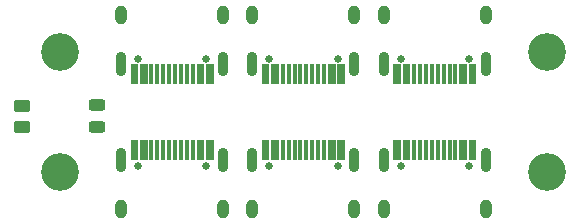
<source format=gbr>
%TF.GenerationSoftware,KiCad,Pcbnew,(6.0.11)*%
%TF.CreationDate,2023-04-18T11:05:53+02:00*%
%TF.ProjectId,FarmSupply,4661726d-5375-4707-906c-792e6b696361,rev?*%
%TF.SameCoordinates,Original*%
%TF.FileFunction,Soldermask,Top*%
%TF.FilePolarity,Negative*%
%FSLAX46Y46*%
G04 Gerber Fmt 4.6, Leading zero omitted, Abs format (unit mm)*
G04 Created by KiCad (PCBNEW (6.0.11)) date 2023-04-18 11:05:53*
%MOMM*%
%LPD*%
G01*
G04 APERTURE LIST*
G04 Aperture macros list*
%AMRoundRect*
0 Rectangle with rounded corners*
0 $1 Rounding radius*
0 $2 $3 $4 $5 $6 $7 $8 $9 X,Y pos of 4 corners*
0 Add a 4 corners polygon primitive as box body*
4,1,4,$2,$3,$4,$5,$6,$7,$8,$9,$2,$3,0*
0 Add four circle primitives for the rounded corners*
1,1,$1+$1,$2,$3*
1,1,$1+$1,$4,$5*
1,1,$1+$1,$6,$7*
1,1,$1+$1,$8,$9*
0 Add four rect primitives between the rounded corners*
20,1,$1+$1,$2,$3,$4,$5,0*
20,1,$1+$1,$4,$5,$6,$7,0*
20,1,$1+$1,$6,$7,$8,$9,0*
20,1,$1+$1,$8,$9,$2,$3,0*%
G04 Aperture macros list end*
%ADD10RoundRect,0.250000X0.450000X-0.262500X0.450000X0.262500X-0.450000X0.262500X-0.450000X-0.262500X0*%
%ADD11RoundRect,0.243750X0.456250X-0.243750X0.456250X0.243750X-0.456250X0.243750X-0.456250X-0.243750X0*%
%ADD12C,0.650000*%
%ADD13R,0.300000X1.750000*%
%ADD14O,0.900000X2.100000*%
%ADD15O,1.000000X1.600000*%
%ADD16C,3.200000*%
G04 APERTURE END LIST*
D10*
%TO.C,R1*%
X76200000Y-91440000D03*
X76200000Y-89615000D03*
%TD*%
D11*
%TO.C,D1*%
X82550000Y-89565000D03*
X82550000Y-91440000D03*
%TD*%
D12*
%TO.C,P1*%
X86010000Y-94710000D03*
X91790000Y-94710000D03*
D13*
X85550000Y-93370000D03*
X86350000Y-93370000D03*
X87650000Y-93370000D03*
X88650000Y-93370000D03*
X89150000Y-93370000D03*
X90150000Y-93370000D03*
X91450000Y-93370000D03*
X92250000Y-93370000D03*
X91950000Y-93370000D03*
X91150000Y-93370000D03*
X90650000Y-93370000D03*
X89650000Y-93370000D03*
X88150000Y-93370000D03*
X87150000Y-93370000D03*
X86650000Y-93370000D03*
X85850000Y-93370000D03*
D14*
X84580000Y-94210000D03*
D15*
X84580000Y-98390000D03*
X93220000Y-98390000D03*
D14*
X93220000Y-94210000D03*
%TD*%
D16*
%TO.C,H2*%
X120650000Y-85090000D03*
%TD*%
D12*
%TO.C,P5*%
X97130000Y-94710000D03*
X102910000Y-94710000D03*
D13*
X96670000Y-93370000D03*
X97470000Y-93370000D03*
X98770000Y-93370000D03*
X99770000Y-93370000D03*
X100270000Y-93370000D03*
X101270000Y-93370000D03*
X102570000Y-93370000D03*
X103370000Y-93370000D03*
X103070000Y-93370000D03*
X102270000Y-93370000D03*
X101770000Y-93370000D03*
X100770000Y-93370000D03*
X99270000Y-93370000D03*
X98270000Y-93370000D03*
X97770000Y-93370000D03*
X96970000Y-93370000D03*
D15*
X95700000Y-98390000D03*
D14*
X104340000Y-94210000D03*
D15*
X104340000Y-98390000D03*
D14*
X95700000Y-94210000D03*
%TD*%
D12*
%TO.C,P3*%
X114030000Y-85630000D03*
X108250000Y-85630000D03*
D13*
X114490000Y-86970000D03*
X113690000Y-86970000D03*
X112390000Y-86970000D03*
X111390000Y-86970000D03*
X110890000Y-86970000D03*
X109890000Y-86970000D03*
X108590000Y-86970000D03*
X107790000Y-86970000D03*
X108090000Y-86970000D03*
X108890000Y-86970000D03*
X109390000Y-86970000D03*
X110390000Y-86970000D03*
X111890000Y-86970000D03*
X112890000Y-86970000D03*
X113390000Y-86970000D03*
X114190000Y-86970000D03*
D14*
X106820000Y-86130000D03*
D15*
X115460000Y-81950000D03*
D14*
X115460000Y-86130000D03*
D15*
X106820000Y-81950000D03*
%TD*%
D16*
%TO.C,H1*%
X79375000Y-85090000D03*
%TD*%
%TO.C,H3*%
X120650000Y-95250000D03*
%TD*%
D12*
%TO.C,P2*%
X108250000Y-94710000D03*
X114030000Y-94710000D03*
D13*
X107790000Y-93370000D03*
X108590000Y-93370000D03*
X109890000Y-93370000D03*
X110890000Y-93370000D03*
X111390000Y-93370000D03*
X112390000Y-93370000D03*
X113690000Y-93370000D03*
X114490000Y-93370000D03*
X114190000Y-93370000D03*
X113390000Y-93370000D03*
X112890000Y-93370000D03*
X111890000Y-93370000D03*
X110390000Y-93370000D03*
X109390000Y-93370000D03*
X108890000Y-93370000D03*
X108090000Y-93370000D03*
D15*
X106820000Y-98390000D03*
X115460000Y-98390000D03*
D14*
X106820000Y-94210000D03*
X115460000Y-94210000D03*
%TD*%
D16*
%TO.C,H4*%
X79375000Y-95250000D03*
%TD*%
D12*
%TO.C,P4*%
X97130000Y-85630000D03*
X102910000Y-85630000D03*
D13*
X103370000Y-86970000D03*
X102570000Y-86970000D03*
X101270000Y-86970000D03*
X100270000Y-86970000D03*
X99770000Y-86970000D03*
X98770000Y-86970000D03*
X97470000Y-86970000D03*
X96670000Y-86970000D03*
X96970000Y-86970000D03*
X97770000Y-86970000D03*
X98270000Y-86970000D03*
X99270000Y-86970000D03*
X100770000Y-86970000D03*
X101770000Y-86970000D03*
X102270000Y-86970000D03*
X103070000Y-86970000D03*
D14*
X95700000Y-86130000D03*
D15*
X104340000Y-81950000D03*
X95700000Y-81950000D03*
D14*
X104340000Y-86130000D03*
%TD*%
D12*
%TO.C,P6*%
X86010000Y-85630000D03*
X91790000Y-85630000D03*
D13*
X92250000Y-86970000D03*
X91450000Y-86970000D03*
X90150000Y-86970000D03*
X89150000Y-86970000D03*
X88650000Y-86970000D03*
X87650000Y-86970000D03*
X86350000Y-86970000D03*
X85550000Y-86970000D03*
X85850000Y-86970000D03*
X86650000Y-86970000D03*
X87150000Y-86970000D03*
X88150000Y-86970000D03*
X89650000Y-86970000D03*
X90650000Y-86970000D03*
X91150000Y-86970000D03*
X91950000Y-86970000D03*
D15*
X84580000Y-81950000D03*
X93220000Y-81950000D03*
D14*
X93220000Y-86130000D03*
X84580000Y-86130000D03*
%TD*%
M02*

</source>
